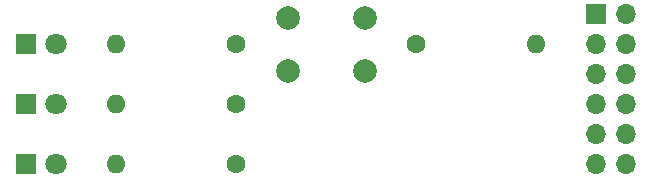
<source format=gbr>
%TF.GenerationSoftware,KiCad,Pcbnew,7.0.10*%
%TF.CreationDate,2024-01-31T18:25:17+09:00*%
%TF.ProjectId,test,74657374-2e6b-4696-9361-645f70636258,rev?*%
%TF.SameCoordinates,Original*%
%TF.FileFunction,Soldermask,Bot*%
%TF.FilePolarity,Negative*%
%FSLAX46Y46*%
G04 Gerber Fmt 4.6, Leading zero omitted, Abs format (unit mm)*
G04 Created by KiCad (PCBNEW 7.0.10) date 2024-01-31 18:25:17*
%MOMM*%
%LPD*%
G01*
G04 APERTURE LIST*
%ADD10C,2.000000*%
%ADD11C,1.600000*%
%ADD12O,1.600000X1.600000*%
%ADD13R,1.700000X1.700000*%
%ADD14O,1.700000X1.700000*%
%ADD15R,1.800000X1.800000*%
%ADD16C,1.800000*%
G04 APERTURE END LIST*
D10*
%TO.C,SW1*%
X108510000Y-58710000D03*
X115010000Y-58710000D03*
X108510000Y-63210000D03*
X115010000Y-63210000D03*
%TD*%
D11*
%TO.C,R1*%
X104140000Y-60960000D03*
D12*
X93980000Y-60960000D03*
%TD*%
D11*
%TO.C,R4*%
X119380000Y-60960000D03*
D12*
X129540000Y-60960000D03*
%TD*%
D11*
%TO.C,R3*%
X104140000Y-71120000D03*
D12*
X93980000Y-71120000D03*
%TD*%
D13*
%TO.C,J1*%
X134620000Y-58420000D03*
D14*
X137160000Y-58420000D03*
X134620000Y-60960000D03*
X137160000Y-60960000D03*
X134620000Y-63500000D03*
X137160000Y-63500000D03*
X134620000Y-66040000D03*
X137160000Y-66040000D03*
X134620000Y-68580000D03*
X137160000Y-68580000D03*
X134620000Y-71120000D03*
X137160000Y-71120000D03*
%TD*%
D11*
%TO.C,R2*%
X104140000Y-66040000D03*
D12*
X93980000Y-66040000D03*
%TD*%
D15*
%TO.C,D2*%
X86360000Y-66040000D03*
D16*
X88900000Y-66040000D03*
%TD*%
D15*
%TO.C,D3*%
X86360000Y-71120000D03*
D16*
X88900000Y-71120000D03*
%TD*%
D15*
%TO.C,D1*%
X86360000Y-60960000D03*
D16*
X88900000Y-60960000D03*
%TD*%
M02*

</source>
